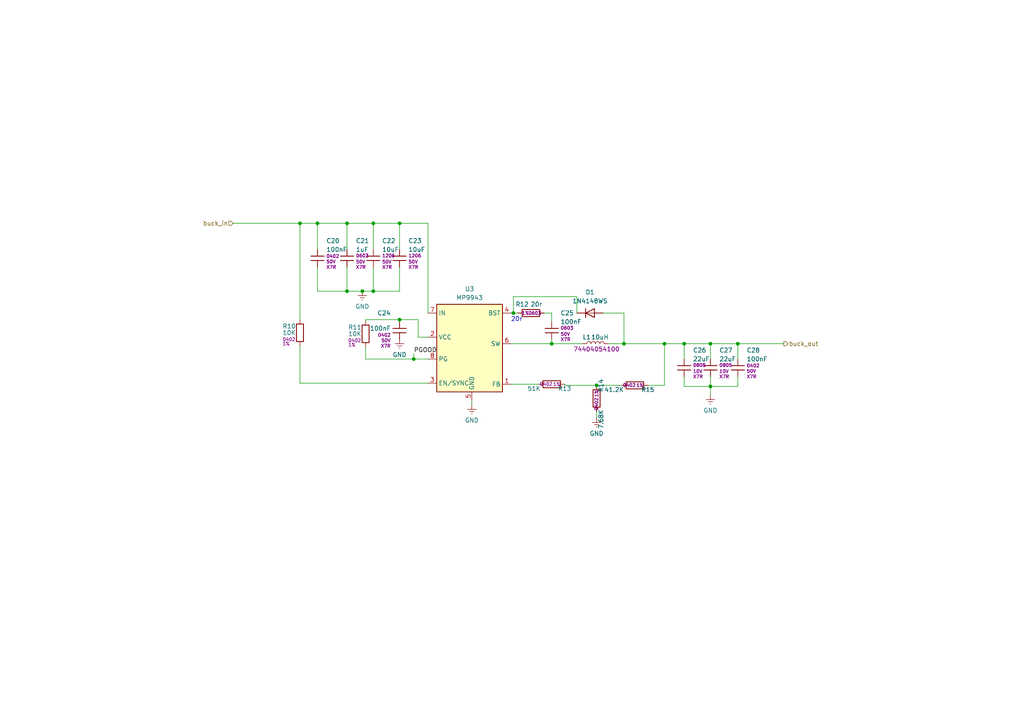
<source format=kicad_sch>
(kicad_sch (version 20231120) (generator "eeschema") (generator_version "8.0")
  (paper "A4")
  (lib_symbols
    (symbol "Diode:1N4148WS" (pin_numbers hide) (pin_names hide)
      (property "Reference" "D" (at 0 2.54 0))
      (property "Value" "1N4148WS" (at 0 -2.54 0))
      (symbol "1N4148WS_0_1"
        (polyline (pts (xy -1.27 1.27) (xy -1.27 -1.27)) (stroke (width 0.254)))
        (polyline (pts (xy 1.27 0) (xy -1.27 0)))
        (polyline (pts (xy 1.27 1.27) (xy 1.27 -1.27) (xy -1.27 0) (xy 1.27 1.27)) (stroke (width 0.254)))
      )
      (symbol "1N4148WS_1_1"
        (pin passive line (at -3.81 0 0) (length 2.54) (name "K") (number "1"))
        (pin passive line (at 3.81 0 180) (length 2.54) (name "A") (number "2"))
      )
    )
    (symbol "power:GNDREF" (power) (pin_numbers hide) (pin_names (offset 0) hide)
      (property "Value" "GNDREF" (at 0 -3.81 0))
      (symbol "GNDREF_0_1"
        (polyline (pts (xy -0.635 -1.905) (xy 0.635 -1.905)))
        (polyline (pts (xy -0.127 -2.54) (xy 0.127 -2.54)))
        (polyline (pts (xy 0 -1.27) (xy 0 0)))
        (polyline (pts (xy 1.27 -1.27) (xy -1.27 -1.27)))
      )
      (symbol "GNDREF_1_1"
        (pin power_in line (at 0 0 270) (length 0) (name "~") (number "1"))
      )
    )
    (symbol "speaker_amp_library:C_0402" (pin_numbers hide) (pin_names (offset 0.254))
      (property "Reference" "C" (at 2.54 3.175 0))
      (property "Value" "100nF" (at 2.54 1.27 0))
      (property "Footprint size" "0402" (at 2.54 -1.5875 0))
      (property "Voltage" "16V" (at 2.54 -0.3175 0))
      (property "Type" "NP0" (at 3.81 -2.8575 0))
      (symbol "C_0402_0_1"
        (polyline (pts (xy -1.905 -0.635) (xy 1.905 -0.635)) (stroke (width 0.25)))
      )
      (symbol "C_0402_1_1"
        (polyline (pts (xy -1.905 0.635) (xy 1.905 0.635)) (stroke (width 0.254)))
        (pin passive line (at 0 2.54 270) (length 1.905) (name "~") (number "1"))
        (pin passive line (at 0 -2.54 90) (length 1.905) (name "~") (number "2"))
      )
    )
    (symbol "speaker_amp_library:C_0603" (pin_numbers hide) (pin_names (offset 0.254))
      (property "Reference" "C" (at 2.54 3.175 0))
      (property "Value" "1uF" (at 2.54 1.27 0))
      (property "Footprint size" "0603" (at 2.54 -1.5875 0))
      (property "Voltage" "50V" (at 2.54 -0.3175 0))
      (property "Type" "X7R" (at 3.81 -2.8575 0))
      (symbol "C_0603_0_1"
        (polyline (pts (xy -1.905 -0.635) (xy 1.905 -0.635)) (stroke (width 0.25)))
      )
      (symbol "C_0603_1_1"
        (polyline (pts (xy -1.905 0.635) (xy 1.905 0.635)) (stroke (width 0.254)))
        (pin passive line (at 0 2.54 270) (length 1.905) (name "~") (number "1"))
        (pin passive line (at 0 -2.54 90) (length 1.905) (name "~") (number "2"))
      )
    )
    (symbol "speaker_amp_library:C_1206" (pin_numbers hide) (pin_names (offset 0.254))
      (property "Reference" "C" (at 2.54 3.175 0))
      (property "Value" "10uF" (at 2.54 1.27 0))
      (property "Footprint size" "1206" (at 2.54 -1.5875 0))
      (property "Voltage" "50V" (at 2.54 -0.3175 0))
      (property "Type" "X7R" (at 3.81 -2.8575 0))
      (symbol "C_1206_0_1"
        (polyline (pts (xy -1.905 -0.635) (xy 1.905 -0.635)) (stroke (width 0.25)))
      )
      (symbol "C_1206_1_1"
        (polyline (pts (xy -1.905 0.635) (xy 1.905 0.635)) (stroke (width 0.254)))
        (pin passive line (at 0 2.54 270) (length 1.905) (name "~") (number "1"))
        (pin passive line (at 0 -2.54 90) (length 1.905) (name "~") (number "2"))
      )
    )
    (symbol "speaker_amp_library:L_74404054xx" (pin_numbers hide) (pin_names (offset 1.016) hide)
      (property "Reference" "L" (at -1.27 0 90))
      (property "Value" "L_74404054xx" (at 1.905 0 90))
      (symbol "L_74404054xx_0_1"
        (arc (start 0 -2.54) (mid 0.6323 -1.905) (end 0 -1.27))
        (arc (start 0 -1.27) (mid 0.6323 -0.635) (end 0 0))
        (arc (start 0 0) (mid 0.6323 0.635) (end 0 1.27))
        (arc (start 0 1.27) (mid 0.6323 1.905) (end 0 2.54))
      )
      (symbol "L_74404054xx_1_1"
        (pin passive line (at 0 3.81 270) (length 1.27) (name "1") (number "1"))
        (pin passive line (at 0 -3.81 90) (length 1.27) (name "2") (number "2"))
      )
    )
    (symbol "speaker_amp_library:R_0402" (pin_numbers hide) (pin_names (offset 0))
      (property "Reference" "R?" (at 2.54 1.905 0))
      (property "Value" "4.7k" (at 2.54 0 0))
      (property "Footprint size" "0402" (at 2.54 -1.27 0))
      (property "Tolerance" "1%" (at 2.54 -2.54 0))
      (symbol "R_0402_0_1"
        (rectangle (start -1.016 2.54) (end 1.016 -2.54) (stroke (width 0.254)))
      )
      (symbol "R_0402_1_1"
        (pin passive line (at 0 3.81 270) (length 1.27) (name "~") (number "1"))
        (pin passive line (at 0 -3.81 90) (length 1.27) (name "~") (number "2"))
      )
    )
    (symbol "speaker_amp_library:R_0603" (pin_numbers hide) (pin_names (offset 0))
      (property "Reference" "R?" (at 2.54 1.905 0))
      (property "Value" "4.7k" (at 2.54 0 0))
      (property "Footprint size" "0603" (at 2.54 -1.27 0))
      (property "Tolerance" "1%" (at 2.54 -2.54 0))
      (symbol "R_0603_0_1"
        (rectangle (start -1.016 2.54) (end 1.016 -2.54) (stroke (width 0.254)))
      )
      (symbol "R_0603_1_1"
        (pin passive line (at 0 3.81 270) (length 1.27) (name "~") (number "1"))
        (pin passive line (at 0 -3.81 90) (length 1.27) (name "~") (number "2"))
      )
    )
    (symbol "speaker_global_library:MP9943"
      (property "Reference" "U" (at -7.62 8.382 0))
      (property "Value" "MP9943" (at 6.985 8.89 0))
      (symbol "MP9943_0_1"
        (rectangle (start -11.43 7.62) (end 7.62 -17.78) (stroke (width 0.254)) (fill (type background)))
      )
      (symbol "MP9943_1_1"
        (pin input line (at 10.16 -15.5575 180) (length 2.54) (name "FB") (number "1"))
        (pin input line (at -13.97 -1.905 0) (length 2.54) (name "VCC") (number "2"))
        (pin passive line (at -13.97 -15.24 0) (length 2.54) (name "EN/SYNC") (number "3"))
        (pin passive line (at 10.16 5.08 180) (length 2.54) (name "BST") (number "4"))
        (pin power_in line (at -1.27 -20.32 90) (length 2.54) (name "GND") (number "5"))
        (pin output line (at 10.16 -3.81 180) (length 2.54) (name "SW") (number "6"))
        (pin input line (at -13.97 5.08 0) (length 2.54) (name "IN") (number "7"))
        (pin passive line (at -13.97 -8.255 0) (length 2.54) (name "PG") (number "8"))
      )
    )
  )
  (junction (at 108.2675 84.455))
  (junction (at 100.6475 84.455))
  (junction (at 148.9075 90.805))
  (junction (at 160.02 99.695))
  (junction (at 92.075 64.77))
  (junction (at 213.995 99.695))
  (junction (at 173.0375 111.76))
  (junction (at 115.8875 64.77))
  (junction (at 206.0575 99.695))
  (junction (at 105.0925 84.455))
  (junction (at 198.4375 99.695))
  (junction (at 115.8875 92.71))
  (junction (at 192.7225 99.695))
  (junction (at 206.0575 112.0775))
  (junction (at 100.6475 64.77))
  (junction (at 108.2675 64.77))
  (junction (at 120.015 104.14))
  (junction (at 86.995 64.77))
  (junction (at 180.975 99.695))
  (wire (pts (xy 124.1425 64.77) (xy 124.1425 90.805)))
  (wire (pts (xy 92.075 84.455) (xy 100.6475 84.455)))
  (wire (pts (xy 192.7225 99.695) (xy 198.4375 99.695)))
  (wire (pts (xy 198.4375 112.0775) (xy 206.0575 112.0775)))
  (wire (pts (xy 227.33 99.695) (xy 213.995 99.695)))
  (wire (pts (xy 106.045 92.71) (xy 115.8875 92.71)))
  (wire (pts (xy 192.7225 111.76) (xy 187.96 111.76)))
  (wire (pts (xy 160.02 99.695) (xy 148.2725 99.695)))
  (wire (pts (xy 108.2675 77.47) (xy 108.2675 84.455)))
  (wire (pts (xy 192.7225 99.695) (xy 192.7225 111.76)))
  (wire (pts (xy 115.8875 92.71) (xy 115.8875 93.345)))
  (wire (pts (xy 173.0375 111.76) (xy 180.34 111.76)))
  (wire (pts (xy 213.995 109.22) (xy 213.995 112.0775)))
  (wire (pts (xy 160.02 98.425) (xy 160.02 99.695)))
  (wire (pts (xy 100.6475 64.77) (xy 108.2675 64.77)))
  (wire (pts (xy 206.0575 99.695) (xy 206.0575 104.14)))
  (wire (pts (xy 108.2675 64.77) (xy 108.2675 72.39)))
  (wire (pts (xy 180.975 90.805) (xy 180.975 99.695)))
  (wire (pts (xy 198.4375 109.22) (xy 198.4375 112.0775)))
  (wire (pts (xy 173.0375 119.38) (xy 173.0375 121.285)))
  (wire (pts (xy 121.285 92.71) (xy 115.8875 92.71)))
  (wire (pts (xy 108.2675 84.455) (xy 115.8875 84.455)))
  (wire (pts (xy 106.045 93.0275) (xy 106.045 92.71)))
  (wire (pts (xy 148.9075 86.0425) (xy 148.9075 90.805)))
  (wire (pts (xy 174.9425 90.805) (xy 180.975 90.805)))
  (wire (pts (xy 124.1425 64.77) (xy 115.8875 64.77)))
  (wire (pts (xy 160.02 99.695) (xy 168.91 99.695)))
  (wire (pts (xy 106.045 104.14) (xy 106.045 100.6475)))
  (wire (pts (xy 92.075 77.47) (xy 92.075 84.455)))
  (wire (pts (xy 213.995 99.695) (xy 213.995 104.14)))
  (wire (pts (xy 206.0575 99.695) (xy 213.995 99.695)))
  (wire (pts (xy 108.2675 64.77) (xy 115.8875 64.77)))
  (wire (pts (xy 86.995 100.33) (xy 86.995 111.125)))
  (wire (pts (xy 86.995 92.71) (xy 86.995 64.77)))
  (wire (pts (xy 148.9075 90.805) (xy 150.1775 90.805)))
  (wire (pts (xy 115.8875 64.77) (xy 115.8875 72.39)))
  (wire (pts (xy 124.1425 97.79) (xy 121.285 97.79)))
  (wire (pts (xy 163.83 111.76) (xy 163.83 111.4425)))
  (wire (pts (xy 173.0375 111.76) (xy 163.83 111.76)))
  (wire (pts (xy 92.075 64.77) (xy 100.6475 64.77)))
  (wire (pts (xy 105.0925 84.455) (xy 100.6475 84.455)))
  (wire (pts (xy 160.02 90.805) (xy 160.02 93.345)))
  (wire (pts (xy 136.8425 116.205) (xy 136.8425 117.475)))
  (wire (pts (xy 86.995 64.77) (xy 92.075 64.77)))
  (wire (pts (xy 180.975 99.695) (xy 192.7225 99.695)))
  (wire (pts (xy 121.285 97.79) (xy 121.285 92.71)))
  (wire (pts (xy 124.1425 104.14) (xy 120.015 104.14)))
  (wire (pts (xy 100.6475 77.47) (xy 100.6475 84.455)))
  (wire (pts (xy 206.0575 112.0775) (xy 213.995 112.0775)))
  (wire (pts (xy 167.3225 86.0425) (xy 148.9075 86.0425)))
  (wire (pts (xy 86.995 64.77) (xy 67.6275 64.77)))
  (wire (pts (xy 115.8875 77.47) (xy 115.8875 84.455)))
  (wire (pts (xy 120.015 102.5525) (xy 120.015 104.14)))
  (wire (pts (xy 180.975 99.695) (xy 176.53 99.695)))
  (wire (pts (xy 120.015 104.14) (xy 106.045 104.14)))
  (wire (pts (xy 148.2725 111.4425) (xy 156.21 111.4425)))
  (wire (pts (xy 198.4375 99.695) (xy 206.0575 99.695)))
  (wire (pts (xy 148.2725 90.805) (xy 148.9075 90.805)))
  (wire (pts (xy 206.0575 109.22) (xy 206.0575 112.0775)))
  (wire (pts (xy 167.3225 90.805) (xy 167.3225 86.0425)))
  (wire (pts (xy 92.075 64.77) (xy 92.075 72.39)))
  (wire (pts (xy 157.7975 90.805) (xy 160.02 90.805)))
  (wire (pts (xy 198.4375 104.14) (xy 198.4375 99.695)))
  (wire (pts (xy 206.0575 112.0775) (xy 206.0575 114.6175)))
  (wire (pts (xy 86.995 111.125) (xy 124.1425 111.125)))
  (wire (pts (xy 100.6475 64.77) (xy 100.6475 72.39)))
  (wire (pts (xy 108.2675 84.455) (xy 105.0925 84.455)))
  (text "20r" (at 149.86 92.71 0) (effects (font (size 1.27 1.27))))
  (label "PGOOD" (at 120.015 102.5525 0))
  (hierarchical_label "buck_out" (shape output) (at 227.33 99.695 0))
  (hierarchical_label "buck_in" (shape input) (at 67.6275 64.77 180))
  (symbol (lib_id "speaker_amp_library:R_0402") (at 184.15 111.76 270) (mirror x) (unit 1)
    (property "Reference" "R15" (at 189.865 113.03 90) (effects (justify right)))
    (property "Value" "41.2K" (at 180.975 113.03 90) (effects (justify right)))
    (property "Footprint" "speaker_global_library:R_0402_1005Metric" (effects (hide yes)))
    (property "Description" "RES" (effects (hide yes)))
    (property "Footprint size" "0402" (at 184.4151 111.7169 90) (effects (font (size 0.9525 0.9525)) (justify right)))
    (property "Manufacturer" "YAGEO" (effects (hide yes)))
    (property "MPN" "RC0402FR-1341K2L" (effects (hide yes)))
    (property "Tolerance" "1%" (at 186.69 111.76 90) (effects (font (size 0.9525 0.9525)) (justify right)))
  )
  (symbol (lib_id "speaker_amp_library:C_0603") (at 198.4375 106.68 0) (unit 1)
    (property "Reference" "C26" (at 200.9775 101.6 0) (effects (justify left)))
    (property "Value" "22uF" (at 200.9775 104.14 0) (effects (justify left)))
    (property "Footprint" "speaker_global_library:C_0805_2012Metric" (effects (hide yes)))
    (property "Description" "CAP" (effects (hide yes)))
    (property "Footprint size" "0805" (at 200.9775 105.918 0) (effects (font (size 0.9525 0.9525)) (justify left)))
    (property "Voltage" "10V" (at 200.9775 107.696 0) (effects (font (size 0.9525 0.9525)) (justify left)))
    (property "Type" "X7R" (at 200.9775 109.22 0) (effects (font (size 0.9525 0.9525)) (justify left)))
    (property "Tolerance" "20%" (effects (hide yes)))
    (property "Manufacturer" "Murata" (effects (hide yes)))
    (property "MPN" "GRM21BZ71A226ME15K" (effects (hide yes)))
  )
  (symbol (lib_id "speaker_amp_library:C_0402") (at 115.8875 95.885 0) (mirror y) (unit 1)
    (property "Reference" "C24" (at 113.3475 90.805 0) (effects (justify left)))
    (property "Value" "100nF" (at 113.3475 95.25 0) (effects (justify left)))
    (property "Footprint" "speaker_global_library:C_0402_1005Metric" (effects (hide yes)))
    (property "Description" "CAP" (effects (hide yes)))
    (property "Footprint size" "0402" (at 113.3475 97.155 0) (effects (font (size 0.9525 0.9525)) (justify left)))
    (property "Voltage" "50V" (at 113.3475 98.7426 0) (effects (font (size 0.9525 0.9525)) (justify left)))
    (property "Type" "X7R" (at 113.3475 100.3301 0) (effects (font (size 0.9525 0.9525)) (justify left)))
    (property "Tolerance" "10%" (effects (hide yes)))
    (property "Manufacturer" "Murata" (effects (hide yes)))
    (property "MPN" "GRM155R71H104KE14D" (effects (hide yes)))
  )
  (symbol (lib_id "speaker_amp_library:C_0603") (at 206.0575 106.68 0) (unit 1)
    (property "Reference" "C27" (at 208.5975 101.6 0) (effects (justify left)))
    (property "Value" "22uF" (at 208.5975 104.14 0) (effects (justify left)))
    (property "Footprint" "speaker_global_library:C_0805_2012Metric" (effects (hide yes)))
    (property "Description" "CAP" (effects (hide yes)))
    (property "Footprint size" "0805" (at 208.5975 105.918 0) (effects (font (size 0.9525 0.9525)) (justify left)))
    (property "Voltage" "10V" (at 208.5975 107.696 0) (effects (font (size 0.9525 0.9525)) (justify left)))
    (property "Type" "X7R" (at 208.5975 109.22 0) (effects (font (size 0.9525 0.9525)) (justify left)))
    (property "Tolerance" "20%" (effects (hide yes)))
    (property "Manufacturer" "Murata" (effects (hide yes)))
    (property "MPN" "GRM21BZ71A226ME15K" (effects (hide yes)))
  )
  (symbol (lib_id "speaker_amp_library:L_74404054xx") (at 172.72 99.695 90) (unit 1)
    (property "Reference" "L1" (at 170.18 97.79 90))
    (property "Value" "10uH" (at 173.99 97.79 90))
    (property "Footprint" "speaker_global_library:IND_5040-WE-LQS_WRE" (effects (hide yes)))
    (property "Description" "Inductor" (effects (hide yes)))
    (property "MPN" "74404054100" (at 173.0154 101.2679 90))
    (property "Manufacturer" "Würth Elektronik" (effects (hide yes)))
  )
  (symbol (lib_id "speaker_amp_library:R_0402") (at 173.0375 115.57 0) (mirror y) (unit 1)
    (property "Reference" "R14" (at 174.3075 109.855 90) (effects (justify right)))
    (property "Value" "7.68K" (at 174.3075 118.745 90) (effects (justify right)))
    (property "Footprint" "speaker_global_library:R_0402_1005Metric" (effects (hide yes)))
    (property "Description" "RES" (effects (hide yes)))
    (property "Footprint size" "0402" (at 172.9944 115.3049 90) (effects (font (size 0.9525 0.9525)) (justify right)))
    (property "Manufacturer" "YAGEO" (effects (hide yes)))
    (property "MPN" "RC0402FR-077K68L" (effects (hide yes)))
    (property "Tolerance" "1%" (at 173.0375 113.03 90) (effects (font (size 0.9525 0.9525)) (justify right)))
  )
  (symbol (lib_id "speaker_amp_library:R_0603") (at 153.9875 90.805 90) (unit 1)
    (property "Reference" "R12" (at 151.4475 88.265 90))
    (property "Value" "20r" (at 155.575 88.265 90))
    (property "Footprint" "speaker_global_library:R_0402_1005Metric" (effects (hide yes)))
    (property "Description" "Resistor" (effects (hide yes)))
    (property "Footprint size" "0603" (at 155.1259 90.8382 90) (effects (font (size 0.9525 0.9525))))
    (property "Manufacturer" "YAGEO" (effects (hide yes)))
    (property "MPN" "RC0603FR-1020RL" (effects (hide yes)))
    (property "Tolerance" "1%" (at 152.4 90.805 90) (effects (font (size 0.9525 0.9525))))
  )
  (symbol (lib_id "power:GNDREF") (at 105.0925 84.455 0) (unit 1)
    (property "Reference" "#PWR08" (effects (hide yes)))
    (property "Value" "GND" (at 105.0925 88.9 0))
    (property "Description" "Power symbol creates a global label with name \"GNDREF\" , reference supply ground" (effects (hide yes)))
  )
  (symbol (lib_id "speaker_amp_library:C_0603") (at 100.6475 74.93 0) (unit 1)
    (property "Reference" "C21" (at 103.1875 69.85 0) (effects (justify left)))
    (property "Value" "1uF" (at 103.1875 72.39 0) (effects (justify left)))
    (property "Footprint" "speaker_global_library:C_0603_1608Metric" (effects (hide yes)))
    (property "Description" "CAP" (effects (hide yes)))
    (property "Footprint size" "0603" (at 103.1875 74.168 0) (effects (font (size 0.9525 0.9525)) (justify left)))
    (property "Voltage" "50V" (at 103.1875 75.946 0) (effects (font (size 0.9525 0.9525)) (justify left)))
    (property "Type" "X7R" (at 103.1875 77.47 0) (effects (font (size 0.9525 0.9525)) (justify left)))
    (property "Tolerance" "10%" (effects (hide yes)))
    (property "Manufacturer" "Samsung Electro-Mechanics" (effects (hide yes)))
    (property "MPN" "CL10B105KB8NQNC" (effects (hide yes)))
  )
  (symbol (lib_id "speaker_amp_library:C_1206") (at 115.8875 74.93 0) (unit 1)
    (property "Reference" "C23" (at 118.4275 69.849 0) (effects (justify left)))
    (property "Value" "10uF" (at 118.4275 72.389 0) (effects (justify left)))
    (property "Footprint" "speaker_global_library:C_1206_3216Metric" (effects (hide yes)))
    (property "Description" "CAP" (effects (hide yes)))
    (property "Footprint size" "1206" (at 118.4275 74.168 0) (effects (font (size 0.9525 0.9525)) (justify left)))
    (property "Voltage" "50V" (at 118.4275 75.946 0) (effects (font (size 0.9525 0.9525)) (justify left)))
    (property "Type" "X7R" (at 118.4275 77.4711 0) (effects (font (size 0.9525 0.9525)) (justify left)))
    (property "Tolerance" "10%" (effects (hide yes)))
    (property "Manufacturer" "Samsung Electro-Mechanics" (effects (hide yes)))
    (property "MPN" "CL31B106KBHNNNE" (effects (hide yes)))
  )
  (symbol (lib_id "speaker_amp_library:R_0402") (at 86.995 96.52 0) (mirror y) (unit 1)
    (property "Reference" "R10" (at 81.915 94.615 0) (effects (justify right)))
    (property "Value" "10K" (at 81.915 96.52 0) (effects (justify right)))
    (property "Footprint" "speaker_global_library:R_0402_1005Metric" (effects (hide yes)))
    (property "Description" "RES" (effects (hide yes)))
    (property "Footprint size" "0402" (at 81.915 98.425 0) (effects (font (size 0.9525 0.9525)) (justify right)))
    (property "Manufacturer" "YAGEO" (effects (hide yes)))
    (property "MPN" "AC0402FR-0710KL" (effects (hide yes)))
    (property "Tolerance" "1%" (at 81.915 99.695 0) (effects (font (size 0.9525 0.9525)) (justify right)))
  )
  (symbol (lib_id "speaker_amp_library:R_0402") (at 160.02 111.4425 270) (mirror x) (unit 1)
    (property "Reference" "R13" (at 165.735 112.7125 90) (effects (justify right)))
    (property "Value" "51K" (at 156.845 112.7125 90) (effects (justify right)))
    (property "Footprint" "speaker_global_library:R_0402_1005Metric" (effects (hide yes)))
    (property "Description" "RES" (effects (hide yes)))
    (property "Footprint size" "0402" (at 160.2851 111.3994 90) (effects (font (size 0.9525 0.9525)) (justify right)))
    (property "Manufacturer" "YAGEO" (effects (hide yes)))
    (property "MPN" "RC0402FR-0751KP" (effects (hide yes)))
    (property "Tolerance" "1%" (at 162.56 111.4425 90) (effects (font (size 0.9525 0.9525)) (justify right)))
  )
  (symbol (lib_id "speaker_amp_library:C_0402") (at 92.075 74.93 0) (unit 1)
    (property "Reference" "C20" (at 94.615 69.85 0) (effects (justify left)))
    (property "Value" "100nF" (at 94.615 72.39 0) (effects (justify left)))
    (property "Footprint" "speaker_global_library:C_0402_1005Metric" (effects (hide yes)))
    (property "Description" "CAP" (effects (hide yes)))
    (property "Footprint size" "0402" (at 94.615 74.295 0) (effects (font (size 0.9525 0.9525)) (justify left)))
    (property "Voltage" "50V" (at 94.615 75.8826 0) (effects (font (size 0.9525 0.9525)) (justify left)))
    (property "Type" "X7R" (at 94.615 77.4701 0) (effects (font (size 0.9525 0.9525)) (justify left)))
    (property "Tolerance" "10%" (effects (hide yes)))
    (property "Manufacturer" "Murata" (effects (hide yes)))
    (property "MPN" "GRM155R71H104KE14D" (effects (hide yes)))
  )
  (symbol (lib_id "speaker_global_library:MP9943") (at 138.1125 95.885 0) (unit 1)
    (property "Reference" "U3" (at 136.2075 83.82 0))
    (property "Value" "MP9943" (at 136.2075 86.36 0))
    (property "Footprint" "speaker_global_library:QFN-8_MP9943_MNP" (effects (hide yes)))
    (property "Description" "IC" (effects (hide yes)))
    (property "MPN" "MP9943AGQ-Z" (effects (hide yes)))
    (property "Manufacturer" "Monolithic Power Systems (MPS)" (effects (hide yes)))
  )
  (symbol (lib_id "power:GNDREF") (at 173.0375 121.285 0) (unit 1)
    (property "Reference" "#PWR011" (effects (hide yes)))
    (property "Value" "GND" (at 173.0375 125.73 0))
    (property "Description" "Power symbol creates a global label with name \"GNDREF\" , reference supply ground" (effects (hide yes)))
  )
  (symbol (lib_id "power:GNDREF") (at 206.0575 114.6175 0) (unit 1)
    (property "Reference" "#PWR012" (effects (hide yes)))
    (property "Value" "GND" (at 206.0575 119.0625 0))
    (property "Description" "Power symbol creates a global label with name \"GNDREF\" , reference supply ground" (effects (hide yes)))
  )
  (symbol (lib_id "power:GNDREF") (at 136.8425 117.475 0) (unit 1)
    (property "Reference" "#PWR010" (effects (hide yes)))
    (property "Value" "GND" (at 136.8425 121.92 0))
    (property "Description" "Power symbol creates a global label with name \"GNDREF\" , reference supply ground" (effects (hide yes)))
  )
  (symbol (lib_id "speaker_amp_library:C_0603") (at 160.02 95.885 0) (unit 1)
    (property "Reference" "C25" (at 162.56 90.805 0) (effects (justify left)))
    (property "Value" "100nF" (at 162.56 93.345 0) (effects (justify left)))
    (property "Footprint" "speaker_global_library:C_0603_1608Metric" (effects (hide yes)))
    (property "Description" "CAP" (effects (hide yes)))
    (property "Footprint size" "0603" (at 162.56 95.123 0) (effects (font (size 0.9525 0.9525)) (justify left)))
    (property "Voltage" "50V" (at 162.56 96.901 0) (effects (font (size 0.9525 0.9525)) (justify left)))
    (property "Type" "X7R" (at 162.56 98.425 0) (effects (font (size 0.9525 0.9525)) (justify left)))
    (property "Tolerance" "10%" (effects (hide yes)))
    (property "MPN" "CL10B104KB8NNWC" (effects (hide yes)))
    (property "Manufacturer" "Samsung Electro-Mechanics" (effects (hide yes)))
  )
  (symbol (lib_id "power:GNDREF") (at 115.8875 98.425 0) (unit 1)
    (property "Reference" "#PWR09" (effects (hide yes)))
    (property "Value" "GND" (at 115.8875 102.87 0))
    (property "Description" "Power symbol creates a global label with name \"GNDREF\" , reference supply ground" (effects (hide yes)))
  )
  (symbol (lib_id "speaker_amp_library:C_1206") (at 108.2675 74.93 0) (unit 1)
    (property "Reference" "C22" (at 110.8075 69.849 0) (effects (justify left)))
    (property "Value" "10uF" (at 110.8075 72.389 0) (effects (justify left)))
    (property "Footprint" "speaker_global_library:C_1206_3216Metric" (effects (hide yes)))
    (property "Description" "CAP" (effects (hide yes)))
    (property "Footprint size" "1206" (at 110.8075 74.168 0) (effects (font (size 0.9525 0.9525)) (justify left)))
    (property "Voltage" "50V" (at 110.8075 75.946 0) (effects (font (size 0.9525 0.9525)) (justify left)))
    (property "Type" "X7R" (at 110.8075 77.4711 0) (effects (font (size 0.9525 0.9525)) (justify left)))
    (property "Tolerance" "10%" (effects (hide yes)))
    (property "Manufacturer" "Samsung Electro-Mechanics" (effects (hide yes)))
    (property "MPN" "CL31B106KBHNNNE" (effects (hide yes)))
  )
  (symbol (lib_id "Diode:1N4148WS") (at 171.1325 90.805 0) (unit 1)
    (property "Reference" "D1" (at 171.1325 84.7725 0))
    (property "Value" "1N4148WS" (at 171.1325 87.3125 0))
    (property "Footprint" "Diode_SMD:D_SOD-323" (effects (hide yes)))
    (property "Datasheet" "https://www.vishay.com/docs/85751/1n4148ws.pdf" (effects (hide yes)))
    (property "Description" "DIODE" (effects (hide yes)))
    (property "Sim.Device" "D" (effects (hide yes)))
    (property "Sim.Pins" "1=K 2=A" (effects (hide yes)))
    (property "MPN" "1N4148WS-E3-18" (effects (hide yes)))
    (property "Manufacturer" "Vishay Semiconductors" (effects (hide yes)))
  )
  (symbol (lib_id "speaker_amp_library:R_0402") (at 106.045 96.8375 0) (mirror y) (unit 1)
    (property "Reference" "R11" (at 100.965 94.9325 0) (effects (justify right)))
    (property "Value" "10K" (at 100.965 96.8375 0) (effects (justify right)))
    (property "Footprint" "speaker_global_library:R_0402_1005Metric" (effects (hide yes)))
    (property "Description" "RES" (effects (hide yes)))
    (property "Footprint size" "0402" (at 100.965 98.7425 0) (effects (font (size 0.9525 0.9525)) (justify right)))
    (property "Manufacturer" "YAGEO" (effects (hide yes)))
    (property "MPN" "AC0402FR-0710KL" (effects (hide yes)))
    (property "Tolerance" "1%" (at 100.965 100.0125 0) (effects (font (size 0.9525 0.9525)) (justify right)))
  )
  (symbol (lib_id "speaker_amp_library:C_0402") (at 213.995 106.68 0) (unit 1)
    (property "Reference" "C28" (at 216.535 101.6 0) (effects (justify left)))
    (property "Value" "100nF" (at 216.535 104.14 0) (effects (justify left)))
    (property "Footprint" "speaker_global_library:C_0402_1005Metric" (effects (hide yes)))
    (property "Description" "CAP" (effects (hide yes)))
    (property "Footprint size" "0402" (at 216.535 106.045 0) (effects (font (size 0.9525 0.9525)) (justify left)))
    (property "Voltage" "50V" (at 216.535 107.6326 0) (effects (font (size 0.9525 0.9525)) (justify left)))
    (property "Type" "X7R" (at 216.535 109.2201 0) (effects (font (size 0.9525 0.9525)) (justify left)))
    (property "Tolerance" "10%" (effects (hide yes)))
    (property "Manufacturer" "Murata" (effects (hide yes)))
    (property "MPN" "GRM155R71H104KE14D" (effects (hide yes)))
  )
)
</source>
